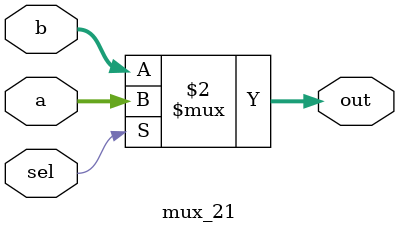
<source format=v>
`timescale 1ns / 1ps


module mux_21(a, b, sel, out);
    parameter WIDTH = 32;
    input [WIDTH-1:0] a, b;
    input sel;
    output [WIDTH-1:0] out;
    assign out = sel==1 ? a:b;
endmodule

</source>
